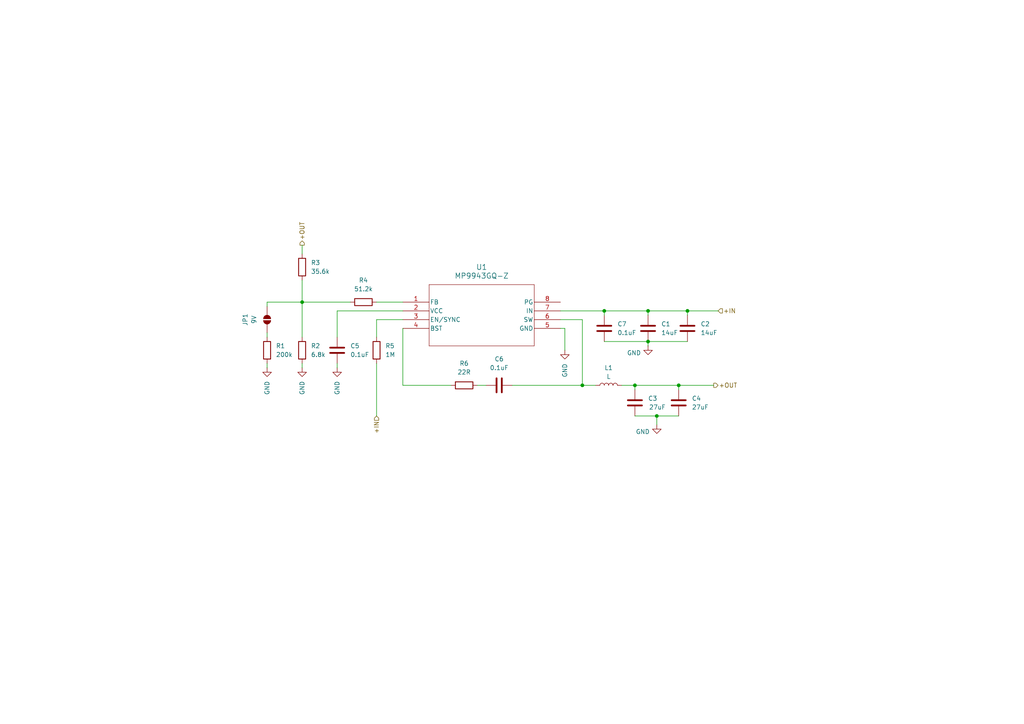
<source format=kicad_sch>
(kicad_sch (version 20231120) (generator "eeschema") (generator_version "8.0")
  (paper "A4")
  (lib_symbols
    (symbol "Device:C" (pin_numbers hide) (pin_names (offset 0.254))
      (property "Reference" "C" (at 0.635 2.54 0))
      (property "Value" "C" (at 0.635 -2.54 0))
      (symbol "C_0_1"
        (polyline (pts (xy -2.032 -0.762) (xy 2.032 -0.762)) (stroke (width 0.508)))
        (polyline (pts (xy -2.032 0.762) (xy 2.032 0.762)) (stroke (width 0.508)))
      )
      (symbol "C_1_1"
        (pin passive line (at 0 3.81 270) (length 2.794) (name "~") (number "1"))
        (pin passive line (at 0 -3.81 90) (length 2.794) (name "~") (number "2"))
      )
    )
    (symbol "Device:L" (pin_numbers hide) (pin_names (offset 1.016) hide)
      (property "Reference" "L" (at -1.27 0 90))
      (property "Value" "L" (at 1.905 0 90))
      (symbol "L_0_1"
        (arc (start 0 -2.54) (mid 0.6323 -1.905) (end 0 -1.27))
        (arc (start 0 -1.27) (mid 0.6323 -0.635) (end 0 0))
        (arc (start 0 0) (mid 0.6323 0.635) (end 0 1.27))
        (arc (start 0 1.27) (mid 0.6323 1.905) (end 0 2.54))
      )
      (symbol "L_1_1"
        (pin passive line (at 0 3.81 270) (length 1.27) (name "1") (number "1"))
        (pin passive line (at 0 -3.81 90) (length 1.27) (name "2") (number "2"))
      )
    )
    (symbol "Device:R" (pin_numbers hide) (pin_names (offset 0))
      (property "Reference" "R" (at 2.032 0 90))
      (property "Value" "R" (at 0 0 90))
      (symbol "R_0_1"
        (rectangle (start -1.016 -2.54) (end 1.016 2.54) (stroke (width 0.254)))
      )
      (symbol "R_1_1"
        (pin passive line (at 0 3.81 270) (length 1.27) (name "~") (number "1"))
        (pin passive line (at 0 -3.81 90) (length 1.27) (name "~") (number "2"))
      )
    )
    (symbol "Jumper:SolderJumper_2_Open" (pin_numbers hide) (pin_names (offset 0) hide) (exclude_from_sim yes) (in_bom no)
      (property "Reference" "JP" (at 0 2.032 0))
      (property "Value" "SolderJumper_2_Open" (at 0 -2.54 0))
      (symbol "SolderJumper_2_Open_0_1"
        (arc (start -0.254 1.016) (mid -1.2656 0) (end -0.254 -1.016))
        (arc (start -0.254 1.016) (mid -1.2656 0) (end -0.254 -1.016) (fill (type outline)))
        (polyline (pts (xy -0.254 1.016) (xy -0.254 -1.016)))
        (polyline (pts (xy 0.254 1.016) (xy 0.254 -1.016)))
        (arc (start 0.254 -1.016) (mid 1.2656 0) (end 0.254 1.016))
        (arc (start 0.254 -1.016) (mid 1.2656 0) (end 0.254 1.016) (fill (type outline)))
      )
      (symbol "SolderJumper_2_Open_1_1"
        (pin passive line (at -3.81 0 0) (length 2.54) (name "A") (number "1"))
        (pin passive line (at 3.81 0 180) (length 2.54) (name "B") (number "2"))
      )
    )
    (symbol "MP9943GQ_Z:MP9943GQ-Z" (pin_names (offset 0.254))
      (property "Reference" "U" (at 22.86 10.16 0))
      (property "Value" "MP9943GQ-Z" (at 22.86 7.62 0))
      (symbol "MP9943GQ-Z_0_1"
        (polyline (pts (xy 7.62 -12.7) (xy 38.1 -12.7)) (stroke (width 0.127)))
        (polyline (pts (xy 7.62 5.08) (xy 7.62 -12.7)) (stroke (width 0.127)))
        (polyline (pts (xy 38.1 -12.7) (xy 38.1 5.08)) (stroke (width 0.127)))
        (polyline (pts (xy 38.1 5.08) (xy 7.62 5.08)) (stroke (width 0.127)))
        (pin unspecified line (at 0 0 0) (length 7.62) (name "FB") (number "1"))
        (pin power_in line (at 0 -2.54 0) (length 7.62) (name "VCC") (number "2"))
        (pin unspecified line (at 0 -5.08 0) (length 7.62) (name "EN/SYNC") (number "3"))
        (pin power_in line (at 0 -7.62 0) (length 7.62) (name "BST") (number "4"))
        (pin power_in line (at 45.72 -7.62 180) (length 7.62) (name "GND") (number "5"))
        (pin output line (at 45.72 -5.08 180) (length 7.62) (name "SW") (number "6"))
        (pin power_in line (at 45.72 -2.54 180) (length 7.62) (name "IN") (number "7"))
        (pin output line (at 45.72 0 180) (length 7.62) (name "PG") (number "8"))
      )
    )
    (symbol "power:GND" (power) (pin_numbers hide) (pin_names (offset 0) hide)
      (property "Value" "GND" (at 0 -3.81 0))
      (symbol "GND_0_1"
        (polyline (pts (xy 0 0) (xy 0 -1.27) (xy 1.27 -1.27) (xy 0 -2.54) (xy -1.27 -1.27) (xy 0 -1.27)))
      )
      (symbol "GND_1_1"
        (pin power_in line (at 0 0 270) (length 0) (name "~") (number "1"))
      )
    )
  )
  (junction (at 190.5 120.65))
  (junction (at 196.85 111.76))
  (junction (at 87.63 87.63))
  (junction (at 187.96 99.06))
  (junction (at 199.39 90.17))
  (junction (at 184.15 111.76))
  (junction (at 168.91 111.76))
  (junction (at 187.96 90.17))
  (junction (at 175.26 90.17))
  (wire (pts (xy 116.84 111.76) (xy 130.81 111.76)))
  (wire (pts (xy 109.22 105.41) (xy 109.22 120.65)))
  (wire (pts (xy 97.79 97.79) (xy 97.79 90.17)))
  (wire (pts (xy 184.15 111.76) (xy 184.15 113.03)))
  (wire (pts (xy 184.15 111.76) (xy 196.85 111.76)))
  (wire (pts (xy 138.43 111.76) (xy 140.97 111.76)))
  (wire (pts (xy 77.47 88.9) (xy 77.47 87.63)))
  (wire (pts (xy 162.56 90.17) (xy 175.26 90.17)))
  (wire (pts (xy 87.63 81.28) (xy 87.63 87.63)))
  (wire (pts (xy 163.83 95.25) (xy 162.56 95.25)))
  (wire (pts (xy 97.79 90.17) (xy 116.84 90.17)))
  (wire (pts (xy 162.56 92.71) (xy 168.91 92.71)))
  (wire (pts (xy 87.63 71.12) (xy 87.63 73.66)))
  (wire (pts (xy 116.84 95.25) (xy 116.84 111.76)))
  (wire (pts (xy 184.15 120.65) (xy 190.5 120.65)))
  (wire (pts (xy 199.39 91.44) (xy 199.39 90.17)))
  (wire (pts (xy 77.47 97.79) (xy 77.47 96.52)))
  (wire (pts (xy 187.96 90.17) (xy 187.96 91.44)))
  (wire (pts (xy 175.26 90.17) (xy 175.26 91.44)))
  (wire (pts (xy 187.96 90.17) (xy 199.39 90.17)))
  (wire (pts (xy 87.63 87.63) (xy 87.63 97.79)))
  (wire (pts (xy 190.5 120.65) (xy 196.85 120.65)))
  (wire (pts (xy 168.91 92.71) (xy 168.91 111.76)))
  (wire (pts (xy 187.96 99.06) (xy 187.96 100.33)))
  (wire (pts (xy 196.85 111.76) (xy 196.85 113.03)))
  (wire (pts (xy 196.85 111.76) (xy 207.01 111.76)))
  (wire (pts (xy 87.63 87.63) (xy 101.6 87.63)))
  (wire (pts (xy 163.83 101.6) (xy 163.83 95.25)))
  (wire (pts (xy 190.5 120.65) (xy 190.5 123.19)))
  (wire (pts (xy 97.79 105.41) (xy 97.79 106.68)))
  (wire (pts (xy 168.91 111.76) (xy 172.72 111.76)))
  (wire (pts (xy 109.22 97.79) (xy 109.22 92.71)))
  (wire (pts (xy 180.34 111.76) (xy 184.15 111.76)))
  (wire (pts (xy 109.22 87.63) (xy 116.84 87.63)))
  (wire (pts (xy 175.26 90.17) (xy 187.96 90.17)))
  (wire (pts (xy 199.39 90.17) (xy 208.28 90.17)))
  (wire (pts (xy 187.96 99.06) (xy 199.39 99.06)))
  (wire (pts (xy 87.63 105.41) (xy 87.63 106.68)))
  (wire (pts (xy 175.26 99.06) (xy 187.96 99.06)))
  (wire (pts (xy 77.47 106.68) (xy 77.47 105.41)))
  (wire (pts (xy 148.59 111.76) (xy 168.91 111.76)))
  (wire (pts (xy 109.22 92.71) (xy 116.84 92.71)))
  (wire (pts (xy 77.47 87.63) (xy 87.63 87.63)))
  (hierarchical_label "+OUT" (shape output) (at 87.63 71.12 90))
  (hierarchical_label "+IN" (shape input) (at 109.22 120.65 270))
  (hierarchical_label "+OUT" (shape output) (at 207.01 111.76 0))
  (hierarchical_label "+IN" (shape input) (at 208.28 90.17 0))
  (symbol (lib_id "Device:C") (at 144.78 111.76 270) (unit 1)
    (property "Reference" "C6" (at 144.78 104.14 90))
    (property "Value" "0.1uF" (at 144.78 106.68 90))
    (property "Footprint" "Capacitor_SMD:C_0402_1005Metric" (effects (hide yes)))
    (property "Description" "Unpolarized capacitor" (effects (hide yes)))
  )
  (symbol (lib_id "MP9943GQ_Z:MP9943GQ-Z") (at 116.84 87.63 0) (unit 1)
    (property "Reference" "U1" (at 139.7 77.47 0) (effects (font (size 1.524 1.524))))
    (property "Value" "MP9943GQ-Z" (at 139.7 80.01 0) (effects (font (size 1.524 1.524))))
    (property "Footprint" "MyLib8:QFN-8_MP9943_MNP" (effects (hide yes)))
    (property "Datasheet" "MP9943GQ-Z" (effects (hide yes)))
  )
  (symbol (lib_id "power:GND") (at 187.96 100.33 0) (unit 1)
    (property "Reference" "#PWR05" (effects (hide yes)))
    (property "Value" "GND" (at 185.928 102.362 0) (effects (justify right)))
    (property "Description" "Power symbol creates a global label with name \"GND\" , ground" (effects (hide yes)))
  )
  (symbol (lib_id "Jumper:SolderJumper_2_Open") (at 77.47 92.71 90) (unit 1) (exclude_from_sim yes) (in_bom no)
    (property "Reference" "JP1" (at 71.12 92.71 0))
    (property "Value" "9V" (at 73.66 92.71 0))
    (property "Footprint" "MyLib8:SolderJumper-2_P1.3mm_Open_Pad0.6x1mm" (effects (hide yes)))
    (property "Description" "Solder Jumper, 2-pole, open" (effects (hide yes)))
  )
  (symbol (lib_id "Device:C") (at 187.96 95.25 0) (unit 1)
    (property "Reference" "C1" (at 191.77 93.9799 0) (effects (justify left)))
    (property "Value" "14uF" (at 191.77 96.5199 0) (effects (justify left)))
    (property "Footprint" "Capacitor_SMD:C_1206_3216Metric" (effects (hide yes)))
    (property "Description" "Unpolarized capacitor" (effects (hide yes)))
  )
  (symbol (lib_id "power:GND") (at 77.47 106.68 0) (unit 1)
    (property "Reference" "#PWR02" (effects (hide yes)))
    (property "Value" "GND" (at 77.4699 110.49 90) (effects (justify right)))
    (property "Description" "Power symbol creates a global label with name \"GND\" , ground" (effects (hide yes)))
  )
  (symbol (lib_id "Device:C") (at 184.15 116.84 0) (unit 1)
    (property "Reference" "C3" (at 187.96 115.5699 0) (effects (justify left)))
    (property "Value" "27uF" (at 188.214 118.11 0) (effects (justify left)))
    (property "Footprint" "Capacitor_SMD:C_1206_3216Metric" (effects (hide yes)))
    (property "Description" "Unpolarized capacitor" (effects (hide yes)))
  )
  (symbol (lib_id "Device:R") (at 105.41 87.63 90) (unit 1)
    (property "Reference" "R4" (at 105.41 81.28 90))
    (property "Value" "51.2k" (at 105.41 83.82 90))
    (property "Footprint" "Resistor_SMD:R_0402_1005Metric" (effects (hide yes)))
    (property "Description" "Resistor" (effects (hide yes)))
  )
  (symbol (lib_id "Device:C") (at 97.79 101.6 0) (unit 1)
    (property "Reference" "C5" (at 101.6 100.3299 0) (effects (justify left)))
    (property "Value" "0.1uF" (at 101.6 102.8699 0) (effects (justify left)))
    (property "Footprint" "Capacitor_SMD:C_0402_1005Metric" (effects (hide yes)))
    (property "Description" "Unpolarized capacitor" (effects (hide yes)))
  )
  (symbol (lib_id "Device:C") (at 175.26 95.25 0) (unit 1)
    (property "Reference" "C7" (at 179.07 93.9799 0) (effects (justify left)))
    (property "Value" "0.1uF" (at 179.07 96.5199 0) (effects (justify left)))
    (property "Footprint" "Capacitor_SMD:C_0402_1005Metric" (effects (hide yes)))
    (property "Description" "Unpolarized capacitor" (effects (hide yes)))
  )
  (symbol (lib_id "power:GND") (at 97.79 106.68 0) (unit 1)
    (property "Reference" "#PWR03" (effects (hide yes)))
    (property "Value" "GND" (at 97.7901 110.49 90) (effects (justify right)))
    (property "Description" "Power symbol creates a global label with name \"GND\" , ground" (effects (hide yes)))
  )
  (symbol (lib_id "Device:R") (at 134.62 111.76 90) (unit 1)
    (property "Reference" "R6" (at 134.62 105.41 90))
    (property "Value" "22R" (at 134.62 107.95 90))
    (property "Footprint" "Resistor_SMD:R_0402_1005Metric" (effects (hide yes)))
    (property "Description" "Resistor" (effects (hide yes)))
  )
  (symbol (lib_id "Device:C") (at 199.39 95.25 0) (unit 1)
    (property "Reference" "C2" (at 203.2 93.9799 0) (effects (justify left)))
    (property "Value" "14uF" (at 203.2 96.5199 0) (effects (justify left)))
    (property "Footprint" "Capacitor_SMD:C_1206_3216Metric" (effects (hide yes)))
    (property "Description" "Unpolarized capacitor" (effects (hide yes)))
  )
  (symbol (lib_id "power:GND") (at 163.83 101.6 0) (unit 1)
    (property "Reference" "#PWR04" (effects (hide yes)))
    (property "Value" "GND" (at 163.8301 105.41 90) (effects (justify right)))
    (property "Description" "Power symbol creates a global label with name \"GND\" , ground" (effects (hide yes)))
  )
  (symbol (lib_id "Device:R") (at 109.22 101.6 180) (unit 1)
    (property "Reference" "R5" (at 111.76 100.3299 0) (effects (justify right)))
    (property "Value" "1M" (at 111.76 102.8699 0) (effects (justify right)))
    (property "Footprint" "Resistor_SMD:R_0402_1005Metric" (effects (hide yes)))
    (property "Description" "Resistor" (effects (hide yes)))
  )
  (symbol (lib_id "Device:C") (at 196.85 116.84 0) (unit 1)
    (property "Reference" "C4" (at 200.66 115.5699 0) (effects (justify left)))
    (property "Value" "27uF" (at 200.66 118.1099 0) (effects (justify left)))
    (property "Footprint" "Capacitor_SMD:C_1206_3216Metric" (effects (hide yes)))
    (property "Description" "Unpolarized capacitor" (effects (hide yes)))
  )
  (symbol (lib_id "Device:R") (at 87.63 101.6 180) (unit 1)
    (property "Reference" "R2" (at 90.17 100.3299 0) (effects (justify right)))
    (property "Value" "6.8k" (at 90.17 102.8699 0) (effects (justify right)))
    (property "Footprint" "Resistor_SMD:R_0402_1005Metric" (effects (hide yes)))
    (property "Description" "Resistor" (effects (hide yes)))
  )
  (symbol (lib_id "Device:R") (at 77.47 101.6 180) (unit 1)
    (property "Reference" "R1" (at 80.01 100.3299 0) (effects (justify right)))
    (property "Value" "200k" (at 80.01 102.8699 0) (effects (justify right)))
    (property "Footprint" "Resistor_SMD:R_0402_1005Metric" (effects (hide yes)))
    (property "Description" "Resistor" (effects (hide yes)))
  )
  (symbol (lib_id "Device:L") (at 176.53 111.76 90) (unit 1)
    (property "Reference" "L1" (at 176.53 106.68 90))
    (property "Value" "L" (at 176.53 109.22 90))
    (property "Footprint" "MyLib8:IND_ASPI-4020HI-R10M-T" (effects (hide yes)))
    (property "Description" "Inductor" (effects (hide yes)))
  )
  (symbol (lib_id "power:GND") (at 87.63 106.68 0) (unit 1)
    (property "Reference" "#PWR01" (effects (hide yes)))
    (property "Value" "GND" (at 87.6301 110.49 90) (effects (justify right)))
    (property "Description" "Power symbol creates a global label with name \"GND\" , ground" (effects (hide yes)))
  )
  (symbol (lib_id "power:GND") (at 190.5 123.19 0) (unit 1)
    (property "Reference" "#PWR06" (effects (hide yes)))
    (property "Value" "GND" (at 188.468 125.222 0) (effects (justify right)))
    (property "Description" "Power symbol creates a global label with name \"GND\" , ground" (effects (hide yes)))
  )
  (symbol (lib_id "Device:R") (at 87.63 77.47 180) (unit 1)
    (property "Reference" "R3" (at 90.17 76.1999 0) (effects (justify right)))
    (property "Value" "35.6k" (at 90.17 78.7399 0) (effects (justify right)))
    (property "Footprint" "Resistor_SMD:R_0402_1005Metric" (effects (hide yes)))
    (property "Description" "Resistor" (effects (hide yes)))
  )
)
</source>
